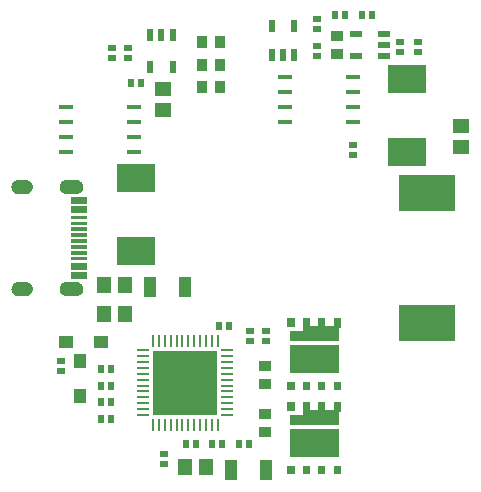
<source format=gbr>
G04 Layer_Color=128*
%FSLAX25Y25*%
%MOIN*%
%TF.FileFunction,Paste,Bot*%
%TF.Part,Single*%
G01*
G75*
%TA.AperFunction,SMDPad*%
%ADD10R,0.03661X0.03858*%
%TA.AperFunction,SMDPad*%
%ADD52O,0.00984X0.04331*%
%TA.AperFunction,SMDPad*%
%ADD53O,0.04331X0.00984*%
%TA.AperFunction,SMDPad*%
%ADD54R,0.21260X0.21260*%
%TA.AperFunction,SMDPad*%
%ADD58R,0.02402X0.03110*%
%TA.AperFunction,SMDPad*%
%ADD59R,0.03858X0.03661*%
%TA.AperFunction,SMDPad*%
%ADD60R,0.04449X0.07087*%
%TA.AperFunction,SMDPad*%
%ADD61R,0.02362X0.02559*%
%TA.AperFunction,SMDPad*%
%ADD62R,0.04567X0.05787*%
%TA.AperFunction,SMDPad*%
%ADD63R,0.02559X0.02362*%
%TA.AperFunction,SMDPad*%
%ADD64R,0.12598X0.09252*%
%TA.AperFunction,SMDPad*%
%ADD65R,0.04528X0.01772*%
%TA.AperFunction,SMDPad*%
%ADD66R,0.05787X0.04567*%
%TA.AperFunction,SMDPad*%
%ADD67R,0.04921X0.03937*%
%TA.AperFunction,SMDPad*%
%ADD68R,0.03937X0.04921*%
%TA.AperFunction,SMDPad*%
%ADD70R,0.18701X0.12402*%
%TA.AperFunction,SMDPad*%
%ADD71R,0.03937X0.02362*%
%TA.AperFunction,SMDPad*%
%ADD72R,0.02362X0.03937*%
G36*
X385497Y258032D02*
X383096D01*
Y260827D01*
X385497D01*
Y258032D01*
D02*
G37*
G36*
X380192D02*
X377790D01*
Y260827D01*
X380192D01*
Y258032D01*
D02*
G37*
G36*
X375192D02*
X372790D01*
Y260827D01*
X375192D01*
Y258032D01*
D02*
G37*
G36*
X384759Y263682D02*
X368223D01*
Y273130D01*
X384759D01*
Y263682D01*
D02*
G37*
G36*
X280369Y294052D02*
X280487Y294043D01*
X280604Y294029D01*
X280720Y294008D01*
X280835Y293982D01*
X280948Y293950D01*
X281060Y293913D01*
X281169Y293869D01*
X281277Y293821D01*
X281382Y293767D01*
X281484Y293708D01*
X281582Y293644D01*
X281678Y293576D01*
X281770Y293502D01*
X281858Y293424D01*
X281943Y293342D01*
X282023Y293256D01*
X282099Y293166D01*
X282170Y293072D01*
X282236Y292974D01*
X282297Y292874D01*
X282354Y292771D01*
X282405Y292664D01*
X282451Y292556D01*
X282491Y292445D01*
X282526Y292333D01*
X282555Y292218D01*
X282578Y292103D01*
X282596Y291986D01*
X282607Y291869D01*
X282613Y291752D01*
Y291634D01*
X282607Y291516D01*
X282596Y291399D01*
X282578Y291283D01*
X282555Y291167D01*
X282526Y291053D01*
X282491Y290940D01*
X282451Y290830D01*
X282405Y290721D01*
X282354Y290615D01*
X282297Y290512D01*
X282236Y290411D01*
X282170Y290314D01*
X282099Y290220D01*
X282023Y290130D01*
X281943Y290043D01*
X281858Y289961D01*
X281770Y289883D01*
X281678Y289810D01*
X281582Y289741D01*
X281484Y289677D01*
X281382Y289618D01*
X281277Y289564D01*
X281169Y289516D01*
X281060Y289473D01*
X280948Y289436D01*
X280835Y289404D01*
X280720Y289377D01*
X280604Y289357D01*
X280487Y289342D01*
X280369Y289334D01*
X280252Y289331D01*
X277890D01*
X277772Y289334D01*
X277654Y289342D01*
X277537Y289357D01*
X277421Y289377D01*
X277307Y289404D01*
X277193Y289436D01*
X277082Y289473D01*
X276972Y289516D01*
X276865Y289564D01*
X276760Y289618D01*
X276658Y289677D01*
X276559Y289741D01*
X276463Y289810D01*
X276371Y289883D01*
X276283Y289961D01*
X276199Y290043D01*
X276118Y290130D01*
X276043Y290220D01*
X275972Y290314D01*
X275905Y290411D01*
X275844Y290512D01*
X275787Y290615D01*
X275736Y290721D01*
X275691Y290830D01*
X275650Y290940D01*
X275616Y291053D01*
X275587Y291167D01*
X275563Y291283D01*
X275546Y291399D01*
X275534Y291516D01*
X275528Y291634D01*
Y291752D01*
X275534Y291869D01*
X275546Y291986D01*
X275563Y292103D01*
X275587Y292218D01*
X275616Y292333D01*
X275650Y292445D01*
X275691Y292556D01*
X275736Y292664D01*
X275787Y292771D01*
X275844Y292874D01*
X275905Y292974D01*
X275972Y293072D01*
X276043Y293166D01*
X276118Y293256D01*
X276199Y293342D01*
X276283Y293424D01*
X276371Y293502D01*
X276463Y293576D01*
X276559Y293644D01*
X276658Y293708D01*
X276760Y293767D01*
X276865Y293821D01*
X276972Y293869D01*
X277082Y293913D01*
X277193Y293950D01*
X277307Y293982D01*
X277421Y294008D01*
X277537Y294029D01*
X277654Y294043D01*
X277772Y294052D01*
X277890Y294055D01*
X280252D01*
X280369Y294052D01*
D02*
G37*
G36*
X385496Y278858D02*
X384768D01*
X384769Y274252D01*
X368234D01*
Y277638D01*
X372800D01*
Y281968D01*
X375202D01*
Y279449D01*
X377791Y279449D01*
Y281968D01*
X380193D01*
Y279449D01*
X383095D01*
Y281968D01*
X385496D01*
Y278858D01*
D02*
G37*
G36*
X369906Y279173D02*
X367505D01*
Y281968D01*
X369906D01*
Y279173D01*
D02*
G37*
G36*
Y258032D02*
X367505D01*
Y260827D01*
X369906D01*
Y258032D01*
D02*
G37*
G36*
X380192Y230032D02*
X377790D01*
Y232827D01*
X380192D01*
Y230032D01*
D02*
G37*
G36*
X375192D02*
X372790D01*
Y232827D01*
X375192D01*
Y230032D01*
D02*
G37*
G36*
X369906D02*
X367505D01*
Y232827D01*
X369906D01*
Y230032D01*
D02*
G37*
G36*
X385497D02*
X383096D01*
Y232827D01*
X385497D01*
Y230032D01*
D02*
G37*
G36*
X385496Y250858D02*
X384768D01*
X384769Y246252D01*
X368234D01*
Y249638D01*
X372800D01*
Y253968D01*
X375202D01*
Y251449D01*
X377791Y251448D01*
Y253968D01*
X380193D01*
Y251448D01*
X383095D01*
Y253968D01*
X385496D01*
Y250858D01*
D02*
G37*
G36*
X369906Y251173D02*
X367505D01*
Y253968D01*
X369906D01*
Y251173D01*
D02*
G37*
G36*
X384759Y235682D02*
X368223D01*
Y245130D01*
X384759D01*
Y235682D01*
D02*
G37*
G36*
X300646Y315000D02*
X295528D01*
Y316181D01*
X300646D01*
Y315000D01*
D02*
G37*
G36*
X300646Y313030D02*
X295528D01*
X295528Y314211D01*
X300646D01*
Y313030D01*
D02*
G37*
G36*
X300646Y311063D02*
X295528D01*
Y312244D01*
X300646D01*
Y311063D01*
D02*
G37*
G36*
X300645Y316969D02*
X295527D01*
Y319332D01*
X300645D01*
Y316969D01*
D02*
G37*
G36*
X297220Y328068D02*
X297338Y328059D01*
X297455Y328045D01*
X297571Y328024D01*
X297685Y327998D01*
X297799Y327966D01*
X297910Y327928D01*
X298020Y327886D01*
X298127Y327837D01*
X298232Y327783D01*
X298334Y327724D01*
X298433Y327660D01*
X298529Y327592D01*
X298621Y327518D01*
X298709Y327440D01*
X298794Y327358D01*
X298874Y327272D01*
X298949Y327182D01*
X299021Y327088D01*
X299087Y326990D01*
X299148Y326890D01*
X299205Y326786D01*
X299256Y326680D01*
X299301Y326572D01*
X299342Y326461D01*
X299376Y326349D01*
X299406Y326234D01*
X299429Y326119D01*
X299446Y326003D01*
X299458Y325885D01*
X299464Y325768D01*
Y325650D01*
X299458Y325532D01*
X299446Y325415D01*
X299429Y325299D01*
X299406Y325183D01*
X299376Y325069D01*
X299342Y324956D01*
X299301Y324846D01*
X299256Y324737D01*
X299205Y324631D01*
X299148Y324528D01*
X299087Y324427D01*
X299021Y324330D01*
X298949Y324236D01*
X298874Y324146D01*
X298794Y324059D01*
X298709Y323977D01*
X298621Y323899D01*
X298529Y323826D01*
X298433Y323757D01*
X298334Y323693D01*
X298232Y323634D01*
X298127Y323581D01*
X298020Y323532D01*
X297910Y323489D01*
X297799Y323451D01*
X297685Y323420D01*
X297571Y323393D01*
X297455Y323373D01*
X297338Y323358D01*
X297220Y323349D01*
X297102Y323347D01*
X293953D01*
X293835Y323349D01*
X293718Y323358D01*
X293601Y323373D01*
X293485Y323393D01*
X293370Y323420D01*
X293257Y323451D01*
X293145Y323489D01*
X293035Y323532D01*
X292928Y323581D01*
X292823Y323634D01*
X292721Y323693D01*
X292622Y323757D01*
X292527Y323826D01*
X292435Y323899D01*
X292346Y323977D01*
X292262Y324059D01*
X292182Y324146D01*
X292106Y324236D01*
X292035Y324330D01*
X291969Y324427D01*
X291907Y324528D01*
X291851Y324631D01*
X291800Y324737D01*
X291754Y324846D01*
X291714Y324956D01*
X291679Y325069D01*
X291650Y325183D01*
X291627Y325299D01*
X291609Y325415D01*
X291597Y325532D01*
X291591Y325650D01*
Y325768D01*
X291597Y325885D01*
X291609Y326003D01*
X291627Y326119D01*
X291650Y326234D01*
X291679Y326349D01*
X291714Y326461D01*
X291754Y326572D01*
X291800Y326680D01*
X291851Y326786D01*
X291907Y326890D01*
X291969Y326990D01*
X292035Y327088D01*
X292106Y327182D01*
X292182Y327272D01*
X292262Y327358D01*
X292346Y327440D01*
X292435Y327518D01*
X292527Y327592D01*
X292622Y327660D01*
X292721Y327724D01*
X292823Y327783D01*
X292928Y327837D01*
X293035Y327886D01*
X293145Y327928D01*
X293257Y327966D01*
X293370Y327998D01*
X293485Y328024D01*
X293601Y328045D01*
X293718Y328059D01*
X293835Y328068D01*
X293953Y328071D01*
X297102D01*
X297220Y328068D01*
D02*
G37*
G36*
X280369D02*
X280487Y328059D01*
X280604Y328045D01*
X280720Y328024D01*
X280835Y327998D01*
X280948Y327966D01*
X281060Y327928D01*
X281169Y327886D01*
X281277Y327837D01*
X281382Y327783D01*
X281484Y327724D01*
X281582Y327660D01*
X281678Y327592D01*
X281770Y327518D01*
X281858Y327440D01*
X281943Y327358D01*
X282023Y327272D01*
X282099Y327182D01*
X282170Y327088D01*
X282236Y326990D01*
X282297Y326890D01*
X282354Y326786D01*
X282405Y326680D01*
X282451Y326572D01*
X282491Y326461D01*
X282526Y326349D01*
X282555Y326234D01*
X282578Y326119D01*
X282596Y326003D01*
X282607Y325885D01*
X282613Y325768D01*
Y325650D01*
X282607Y325532D01*
X282596Y325415D01*
X282578Y325299D01*
X282555Y325183D01*
X282526Y325069D01*
X282491Y324956D01*
X282451Y324846D01*
X282405Y324737D01*
X282354Y324631D01*
X282297Y324528D01*
X282236Y324427D01*
X282170Y324330D01*
X282099Y324236D01*
X282023Y324146D01*
X281943Y324059D01*
X281858Y323977D01*
X281770Y323899D01*
X281678Y323826D01*
X281582Y323757D01*
X281484Y323693D01*
X281382Y323634D01*
X281277Y323581D01*
X281169Y323532D01*
X281060Y323489D01*
X280948Y323451D01*
X280835Y323420D01*
X280720Y323393D01*
X280604Y323373D01*
X280487Y323358D01*
X280369Y323349D01*
X280252Y323347D01*
X277890D01*
X277772Y323349D01*
X277654Y323358D01*
X277537Y323373D01*
X277421Y323393D01*
X277307Y323420D01*
X277193Y323451D01*
X277082Y323489D01*
X276972Y323532D01*
X276865Y323581D01*
X276760Y323634D01*
X276658Y323693D01*
X276559Y323757D01*
X276463Y323826D01*
X276371Y323899D01*
X276283Y323977D01*
X276199Y324059D01*
X276118Y324146D01*
X276043Y324236D01*
X275972Y324330D01*
X275905Y324427D01*
X275844Y324528D01*
X275787Y324631D01*
X275736Y324737D01*
X275691Y324846D01*
X275650Y324956D01*
X275616Y325069D01*
X275587Y325183D01*
X275563Y325299D01*
X275546Y325415D01*
X275534Y325532D01*
X275528Y325650D01*
Y325768D01*
X275534Y325885D01*
X275546Y326003D01*
X275563Y326119D01*
X275587Y326234D01*
X275616Y326349D01*
X275650Y326461D01*
X275691Y326572D01*
X275736Y326680D01*
X275787Y326786D01*
X275844Y326890D01*
X275905Y326990D01*
X275972Y327088D01*
X276043Y327182D01*
X276118Y327272D01*
X276199Y327358D01*
X276283Y327440D01*
X276371Y327518D01*
X276463Y327592D01*
X276559Y327660D01*
X276658Y327724D01*
X276760Y327783D01*
X276865Y327837D01*
X276972Y327886D01*
X277082Y327928D01*
X277193Y327966D01*
X277307Y327998D01*
X277421Y328024D01*
X277537Y328045D01*
X277654Y328059D01*
X277772Y328068D01*
X277890Y328071D01*
X280252D01*
X280369Y328068D01*
D02*
G37*
G36*
X300646Y320118D02*
X295528D01*
Y322480D01*
X300646D01*
Y320118D01*
D02*
G37*
G36*
X300646Y309094D02*
X295528D01*
Y310275D01*
X300646D01*
Y309094D01*
D02*
G37*
G36*
Y298071D02*
X295528D01*
Y300433D01*
X300646D01*
Y298071D01*
D02*
G37*
G36*
Y294921D02*
X295528D01*
Y297283D01*
X300646D01*
Y294921D01*
D02*
G37*
G36*
X297220Y294052D02*
X297338Y294043D01*
X297455Y294029D01*
X297571Y294008D01*
X297685Y293982D01*
X297799Y293950D01*
X297910Y293913D01*
X298020Y293869D01*
X298127Y293821D01*
X298232Y293767D01*
X298334Y293708D01*
X298433Y293644D01*
X298529Y293576D01*
X298621Y293502D01*
X298709Y293424D01*
X298794Y293342D01*
X298874Y293256D01*
X298949Y293166D01*
X299021Y293072D01*
X299087Y292974D01*
X299148Y292874D01*
X299205Y292771D01*
X299256Y292664D01*
X299301Y292556D01*
X299342Y292445D01*
X299376Y292333D01*
X299406Y292218D01*
X299429Y292103D01*
X299446Y291986D01*
X299458Y291869D01*
X299464Y291752D01*
Y291634D01*
X299458Y291516D01*
X299446Y291399D01*
X299429Y291283D01*
X299406Y291167D01*
X299376Y291053D01*
X299342Y290940D01*
X299301Y290830D01*
X299256Y290721D01*
X299205Y290615D01*
X299148Y290512D01*
X299087Y290411D01*
X299021Y290314D01*
X298949Y290220D01*
X298874Y290130D01*
X298794Y290043D01*
X298709Y289961D01*
X298621Y289883D01*
X298529Y289810D01*
X298433Y289741D01*
X298334Y289677D01*
X298232Y289618D01*
X298127Y289564D01*
X298020Y289516D01*
X297910Y289473D01*
X297799Y289436D01*
X297685Y289404D01*
X297571Y289377D01*
X297455Y289357D01*
X297338Y289342D01*
X297220Y289334D01*
X297102Y289331D01*
X293953D01*
X293835Y289334D01*
X293718Y289342D01*
X293601Y289357D01*
X293485Y289377D01*
X293370Y289404D01*
X293257Y289436D01*
X293145Y289473D01*
X293035Y289516D01*
X292928Y289564D01*
X292823Y289618D01*
X292721Y289677D01*
X292622Y289741D01*
X292527Y289810D01*
X292435Y289883D01*
X292346Y289961D01*
X292262Y290043D01*
X292182Y290130D01*
X292106Y290220D01*
X292035Y290314D01*
X291969Y290411D01*
X291907Y290512D01*
X291851Y290615D01*
X291800Y290721D01*
X291754Y290830D01*
X291714Y290940D01*
X291679Y291053D01*
X291650Y291167D01*
X291627Y291283D01*
X291609Y291399D01*
X291597Y291516D01*
X291591Y291634D01*
Y291752D01*
X291597Y291869D01*
X291609Y291986D01*
X291627Y292103D01*
X291650Y292218D01*
X291679Y292333D01*
X291714Y292445D01*
X291754Y292556D01*
X291800Y292664D01*
X291851Y292771D01*
X291907Y292874D01*
X291969Y292974D01*
X292035Y293072D01*
X292106Y293166D01*
X292182Y293256D01*
X292262Y293342D01*
X292346Y293424D01*
X292435Y293502D01*
X292527Y293576D01*
X292622Y293644D01*
X292721Y293708D01*
X292823Y293767D01*
X292928Y293821D01*
X293035Y293869D01*
X293145Y293913D01*
X293257Y293950D01*
X293370Y293982D01*
X293485Y294008D01*
X293601Y294029D01*
X293718Y294043D01*
X293835Y294052D01*
X293953Y294055D01*
X297102D01*
X297220Y294052D01*
D02*
G37*
G36*
X300646Y301220D02*
X295528D01*
Y302401D01*
X300646D01*
Y301220D01*
D02*
G37*
G36*
X300646Y307126D02*
X295528D01*
Y308307D01*
X300646D01*
Y307126D01*
D02*
G37*
G36*
X300646Y305157D02*
X295528D01*
Y306338D01*
X300646D01*
Y305157D01*
D02*
G37*
G36*
X300646Y303189D02*
X295528D01*
Y304370D01*
X300646D01*
Y303189D01*
D02*
G37*
D10*
X345031Y374000D02*
D03*
X338968D02*
D03*
X345031Y366500D02*
D03*
X338968D02*
D03*
X338968Y359000D02*
D03*
X345031D02*
D03*
D52*
X322673Y274476D02*
D03*
X324642D02*
D03*
X326610D02*
D03*
X328579D02*
D03*
X330547D02*
D03*
X332516D02*
D03*
X334484D02*
D03*
X336453D02*
D03*
X338421D02*
D03*
X340390D02*
D03*
X342358D02*
D03*
X344327D02*
D03*
Y246524D02*
D03*
X342358D02*
D03*
X340390D02*
D03*
X338421D02*
D03*
X336453D02*
D03*
X334484D02*
D03*
X332516D02*
D03*
X330547D02*
D03*
X328579D02*
D03*
X326610D02*
D03*
X324642D02*
D03*
X322673D02*
D03*
D53*
X347476Y271327D02*
D03*
Y269358D02*
D03*
Y267390D02*
D03*
Y265421D02*
D03*
Y263453D02*
D03*
Y261484D02*
D03*
Y259516D02*
D03*
Y257547D02*
D03*
Y255579D02*
D03*
Y253610D02*
D03*
Y251642D02*
D03*
Y249673D02*
D03*
X319524D02*
D03*
Y251642D02*
D03*
Y253610D02*
D03*
Y255579D02*
D03*
Y257547D02*
D03*
Y259516D02*
D03*
Y261484D02*
D03*
Y263453D02*
D03*
Y265421D02*
D03*
Y267390D02*
D03*
Y269358D02*
D03*
Y271327D02*
D03*
D54*
X333500Y260500D02*
D03*
D58*
X374000Y280413D02*
D03*
Y252413D02*
D03*
D59*
X360000Y266032D02*
D03*
Y259968D02*
D03*
Y243969D02*
D03*
Y250031D02*
D03*
X384000Y376031D02*
D03*
Y369969D02*
D03*
D60*
X360366Y231500D02*
D03*
X348634D02*
D03*
X321634Y292500D02*
D03*
X333366D02*
D03*
D61*
X342327Y240000D02*
D03*
X345673D02*
D03*
X351327D02*
D03*
X354673D02*
D03*
X337173Y240000D02*
D03*
X333827D02*
D03*
X308673Y259500D02*
D03*
X305327D02*
D03*
X308673Y254000D02*
D03*
X305327D02*
D03*
X308673Y265000D02*
D03*
X305327D02*
D03*
X308673Y248500D02*
D03*
X305327D02*
D03*
X344827Y279500D02*
D03*
X348173D02*
D03*
X395673Y383000D02*
D03*
X392327D02*
D03*
X386673D02*
D03*
X383327D02*
D03*
X318673Y360500D02*
D03*
X315327D02*
D03*
D62*
X333496Y232500D02*
D03*
X340504D02*
D03*
X313504Y293000D02*
D03*
X306496D02*
D03*
X313504Y283500D02*
D03*
X306496D02*
D03*
D63*
X355000Y277673D02*
D03*
Y274327D02*
D03*
X360500Y274327D02*
D03*
Y277673D02*
D03*
X326500Y236673D02*
D03*
Y233327D02*
D03*
X389500Y339673D02*
D03*
Y336327D02*
D03*
X309000Y368827D02*
D03*
Y372173D02*
D03*
X292000Y267682D02*
D03*
Y264336D02*
D03*
X411000Y374173D02*
D03*
Y370827D02*
D03*
X405000Y374173D02*
D03*
Y370827D02*
D03*
X377500Y372673D02*
D03*
Y369327D02*
D03*
X377500Y378327D02*
D03*
Y381673D02*
D03*
X314500Y372173D02*
D03*
Y368827D02*
D03*
D64*
X317000Y304394D02*
D03*
Y328606D02*
D03*
X407500Y337394D02*
D03*
Y361606D02*
D03*
D65*
X316260Y352500D02*
D03*
Y347500D02*
D03*
Y342500D02*
D03*
Y337500D02*
D03*
X293740Y352500D02*
D03*
Y347500D02*
D03*
Y342500D02*
D03*
Y337500D02*
D03*
X366740Y347500D02*
D03*
Y352500D02*
D03*
Y357500D02*
D03*
Y362500D02*
D03*
X389260Y347500D02*
D03*
Y352500D02*
D03*
Y357500D02*
D03*
Y362500D02*
D03*
D66*
X425500Y346004D02*
D03*
Y338996D02*
D03*
X326000Y351496D02*
D03*
Y358504D02*
D03*
D67*
X293693Y274000D02*
D03*
X305307D02*
D03*
D68*
X298500Y256193D02*
D03*
Y267807D02*
D03*
D70*
X414000Y280346D02*
D03*
Y323654D02*
D03*
D71*
X399724Y376740D02*
D03*
Y373000D02*
D03*
Y369260D02*
D03*
X390276D02*
D03*
Y376740D02*
D03*
D72*
X321760Y365587D02*
D03*
X329240D02*
D03*
Y376413D02*
D03*
X325500D02*
D03*
X321760D02*
D03*
X369740Y369776D02*
D03*
X366000D02*
D03*
X362260D02*
D03*
Y379224D02*
D03*
X369740D02*
D03*
%TF.MD5,B15E0E4EC93C62DA97C78842FED41A2A*%
M02*

</source>
